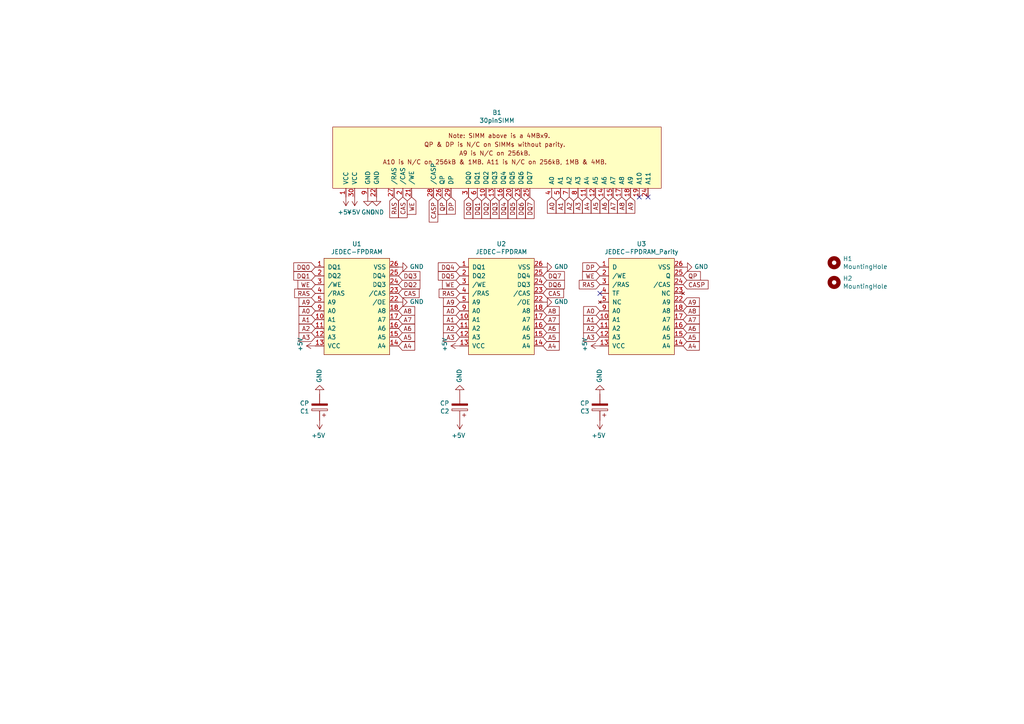
<source format=kicad_sch>
(kicad_sch (version 20231120) (generator "eeschema") (generator_version "8.0")
  (paper "A4")
  (title_block (date "2024-11-03"))
  (lib_symbols
    (symbol "macintosh-dram-1m-simm-rescue:+5V-power" (power) (pin_names (offset 0))
      (property "Value" "power_+5V" (at 0 3.556 0))
      (symbol "+5V-power_0_1"
        (polyline (pts (xy -0.762 1.27) (xy 0 2.54)))
        (polyline (pts (xy 0 0) (xy 0 2.54)))
        (polyline (pts (xy 0 2.54) (xy 0.762 1.27)))
      )
      (symbol "+5V-power_1_1"
        (pin power_in line (at 0 0 90) (length 0) hide (name "+5V") (number "1"))
      )
    )
    (symbol "macintosh-dram-1m-simm-rescue:30pinSIMM-Sebs" (pin_names (offset 1.016))
      (property "Reference" "B1" (at 1.905 21.971 0))
      (property "Value" "30pinSIMM" (at 1.905 19.6596 0))
      (symbol "30pinSIMM-Sebs_0_0"
        (text "A10 is N/C on 256kB & 1MB. A11 is N/C on 256kB, 1MB & 4MB." (at 1.27 7.62 0) (effects (font (size 1.27 1.27))))
        (text "A9 is N/C on 256kB." (at 1.27 10.16 0) (effects (font (size 1.27 1.27))))
        (text "Note: SIMM above is a 4MBx9." (at 2.54 15.24 0) (effects (font (size 1.27 1.27))))
        (text "QP & DP is N/C on SIMMs without parity." (at 1.27 12.7 0) (effects (font (size 1.27 1.27))))
      )
      (symbol "30pinSIMM-Sebs_0_1"
        (rectangle (start -45.72 17.78) (end 49.53 0) (fill (type background)))
      )
      (symbol "30pinSIMM-Sebs_1_1"
        (pin power_in line (at -41.91 -2.54 90) (length 2.54) (name "VCC") (number "1"))
        (pin tri_state line (at -1.27 -2.54 90) (length 2.54) (name "DQ2") (number "10"))
        (pin input line (at 27.94 -2.54 90) (length 2.54) (name "A4") (number "11"))
        (pin input line (at 30.48 -2.54 90) (length 2.54) (name "A5") (number "12"))
        (pin tri_state line (at 1.27 -2.54 90) (length 2.54) (name "DQ3") (number "13"))
        (pin input line (at 33.02 -2.54 90) (length 2.54) (name "A6") (number "14"))
        (pin input line (at 35.56 -2.54 90) (length 2.54) (name "A7") (number "15"))
        (pin tri_state line (at 3.81 -2.54 90) (length 2.54) (name "DQ4") (number "16"))
        (pin input line (at 38.1 -2.54 90) (length 2.54) (name "A8") (number "17"))
        (pin input line (at 40.64 -2.54 90) (length 2.54) (name "A9") (number "18"))
        (pin input line (at 43.18 -2.54 90) (length 2.54) (name "A10") (number "19"))
        (pin input line (at -25.4 -2.54 90) (length 2.54) (name "/CAS") (number "2"))
        (pin tri_state line (at 6.35 -2.54 90) (length 2.54) (name "DQ5") (number "20"))
        (pin input line (at -22.86 -2.54 90) (length 2.54) (name "/WE") (number "21"))
        (pin power_out line (at -33.02 -2.54 90) (length 2.54) (name "GND") (number "22"))
        (pin tri_state line (at 8.89 -2.54 90) (length 2.54) (name "DQ6") (number "23"))
        (pin input line (at 45.72 -2.54 90) (length 2.54) (name "A11") (number "24"))
        (pin tri_state line (at 11.43 -2.54 90) (length 2.54) (name "DQ7") (number "25"))
        (pin input line (at -13.97 -2.54 90) (length 2.54) (name "QP") (number "26"))
        (pin input line (at -27.94 -2.54 90) (length 2.54) (name "/RAS") (number "27"))
        (pin input line (at -16.51 -2.54 90) (length 2.54) (name "/CASP") (number "28"))
        (pin input line (at -11.43 -2.54 90) (length 2.54) (name "DP") (number "29"))
        (pin tri_state line (at -6.35 -2.54 90) (length 2.54) (name "DQ0") (number "3"))
        (pin power_in line (at -39.37 -2.54 90) (length 2.54) (name "VCC") (number "30"))
        (pin input line (at 17.78 -2.54 90) (length 2.54) (name "A0") (number "4"))
        (pin input line (at 20.32 -2.54 90) (length 2.54) (name "A1") (number "5"))
        (pin tri_state line (at -3.81 -2.54 90) (length 2.54) (name "DQ1") (number "6"))
        (pin input line (at 22.86 -2.54 90) (length 2.54) (name "A2") (number "7"))
        (pin input line (at 25.4 -2.54 90) (length 2.54) (name "A3") (number "8"))
        (pin power_out line (at -35.56 -2.54 90) (length 2.54) (name "GND") (number "9"))
      )
    )
    (symbol "macintosh-dram-1m-simm-rescue:CP-Device" (pin_numbers hide) (pin_names (offset 0.254))
      (property "Reference" "C" (at 0.635 2.54 0))
      (property "Value" "Device_CP" (at 0.635 -2.54 0))
      (symbol "CP-Device_0_1"
        (rectangle (start -2.286 0.508) (end 2.286 1.016))
        (polyline (pts (xy -1.778 2.286) (xy -0.762 2.286)))
        (polyline (pts (xy -1.27 2.794) (xy -1.27 1.778)))
        (rectangle (start 2.286 -0.508) (end -2.286 -1.016) (fill (type outline)))
      )
      (symbol "CP-Device_1_1"
        (pin passive line (at 0 3.81 270) (length 2.794) (name "~") (number "1"))
        (pin passive line (at 0 -3.81 90) (length 2.794) (name "~") (number "2"))
      )
    )
    (symbol "macintosh-dram-1m-simm-rescue:GND-power" (power) (pin_names (offset 0))
      (property "Value" "power_GND" (at 0 -3.81 0))
      (symbol "GND-power_0_1"
        (polyline (pts (xy 0 0) (xy 0 -1.27) (xy 1.27 -1.27) (xy 0 -2.54) (xy -1.27 -1.27) (xy 0 -1.27)))
      )
      (symbol "GND-power_1_1"
        (pin power_in line (at 0 0 270) (length 0) hide (name "GND") (number "1"))
      )
    )
    (symbol "macintosh-dram-1m-simm-rescue:JEDEC-FPDRAM-Sebs" (pin_names (offset 1.016))
      (property "Reference" "U2" (at 0.635 18.161 0))
      (property "Value" "JEDEC-FPDRAM" (at 0.635 15.8496 0))
      (symbol "JEDEC-FPDRAM-Sebs_0_1"
        (rectangle (start -8.89 13.97) (end 10.16 -13.97) (fill (type background)))
      )
      (symbol "JEDEC-FPDRAM-Sebs_1_1"
        (pin tri_state line (at -11.43 11.43 0) (length 2.54) (name "DQ1") (number "1"))
        (pin input line (at -11.43 -3.81 0) (length 2.54) (name "A1") (number "10"))
        (pin input line (at -11.43 -6.35 0) (length 2.54) (name "A2") (number "11"))
        (pin input line (at -11.43 -8.89 0) (length 2.54) (name "A3") (number "12"))
        (pin power_in line (at -11.43 -11.43 0) (length 2.54) (name "VCC") (number "13"))
        (pin input line (at 12.7 -11.43 180) (length 2.54) (name "A4") (number "14"))
        (pin input line (at 12.7 -8.89 180) (length 2.54) (name "A5") (number "15"))
        (pin input line (at 12.7 -6.35 180) (length 2.54) (name "A6") (number "16"))
        (pin input line (at 12.7 -3.81 180) (length 2.54) (name "A7") (number "17"))
        (pin input line (at 12.7 -1.27 180) (length 2.54) (name "A8") (number "18"))
        (pin tri_state line (at -11.43 8.89 0) (length 2.54) (name "DQ2") (number "2"))
        (pin input line (at 12.7 1.27 180) (length 2.54) (name "/OE") (number "22"))
        (pin input line (at 12.7 3.81 180) (length 2.54) (name "/CAS") (number "23"))
        (pin tri_state line (at 12.7 6.35 180) (length 2.54) (name "DQ3") (number "24"))
        (pin tri_state line (at 12.7 8.89 180) (length 2.54) (name "DQ4") (number "25"))
        (pin power_out line (at 12.7 11.43 180) (length 2.54) (name "VSS") (number "26"))
        (pin input line (at -11.43 6.35 0) (length 2.54) (name "/WE") (number "3"))
        (pin input line (at -11.43 3.81 0) (length 2.54) (name "/RAS") (number "4"))
        (pin input line (at -11.43 1.27 0) (length 2.54) (name "A9") (number "5"))
        (pin input line (at -11.43 -1.27 0) (length 2.54) (name "A0") (number "9"))
      )
    )
    (symbol "macintosh-dram-1m-simm-rescue:JEDEC-FPDRAM_Parity-Sebs" (pin_names (offset 1.016))
      (property "Reference" "U3" (at 0.635 18.161 0))
      (property "Value" "JEDEC-FPDRAM_Parity" (at 0.635 15.8496 0))
      (symbol "JEDEC-FPDRAM_Parity-Sebs_0_1"
        (rectangle (start -8.89 13.97) (end 10.16 -13.97) (fill (type background)))
      )
      (symbol "JEDEC-FPDRAM_Parity-Sebs_1_1"
        (pin input line (at -11.43 11.43 0) (length 2.54) (name "D") (number "1"))
        (pin input line (at -11.43 -3.81 0) (length 2.54) (name "A1") (number "10"))
        (pin input line (at -11.43 -6.35 0) (length 2.54) (name "A2") (number "11"))
        (pin input line (at -11.43 -8.89 0) (length 2.54) (name "A3") (number "12"))
        (pin power_in line (at -11.43 -11.43 0) (length 2.54) (name "VCC") (number "13"))
        (pin input line (at 12.7 -11.43 180) (length 2.54) (name "A4") (number "14"))
        (pin input line (at 12.7 -8.89 180) (length 2.54) (name "A5") (number "15"))
        (pin input line (at 12.7 -6.35 180) (length 2.54) (name "A6") (number "16"))
        (pin input line (at 12.7 -3.81 180) (length 2.54) (name "A7") (number "17"))
        (pin input line (at 12.7 -1.27 180) (length 2.54) (name "A8") (number "18"))
        (pin input line (at -11.43 8.89 0) (length 2.54) (name "/WE") (number "2"))
        (pin input line (at 12.7 1.27 180) (length 2.54) (name "A9") (number "22"))
        (pin no_connect line (at 12.7 3.81 180) (length 2.54) (name "NC") (number "23"))
        (pin input line (at 12.7 6.35 180) (length 2.54) (name "/CAS") (number "24"))
        (pin output line (at 12.7 8.89 180) (length 2.54) (name "Q") (number "25"))
        (pin power_out line (at 12.7 11.43 180) (length 2.54) (name "VSS") (number "26"))
        (pin input line (at -11.43 6.35 0) (length 2.54) (name "/RAS") (number "3"))
        (pin input line (at -11.43 3.81 0) (length 2.54) (name "TF") (number "4"))
        (pin no_connect line (at -11.43 1.27 0) (length 2.54) (name "NC") (number "5"))
        (pin input line (at -11.43 -1.27 0) (length 2.54) (name "A0") (number "9"))
      )
    )
    (symbol "JEDEC-FPDRAM-Sebs_1" (pin_names (offset 1.016))
      (property "Reference" "U1" (at 0.635 18.161 0))
      (property "Value" "JEDEC-FPDRAM" (at 0.635 15.8496 0))
      (symbol "JEDEC-FPDRAM-Sebs_1_0_1"
        (rectangle (start -8.89 13.97) (end 10.16 -13.97) (fill (type background)))
      )
      (symbol "JEDEC-FPDRAM-Sebs_1_1_1"
        (pin tri_state line (at -11.43 11.43 0) (length 2.54) (name "DQ1") (number "1"))
        (pin input line (at -11.43 -3.81 0) (length 2.54) (name "A1") (number "10"))
        (pin input line (at -11.43 -6.35 0) (length 2.54) (name "A2") (number "11"))
        (pin input line (at -11.43 -8.89 0) (length 2.54) (name "A3") (number "12"))
        (pin power_in line (at -11.43 -11.43 0) (length 2.54) (name "VCC") (number "13"))
        (pin input line (at 12.7 -11.43 180) (length 2.54) (name "A4") (number "14"))
        (pin input line (at 12.7 -8.89 180) (length 2.54) (name "A5") (number "15"))
        (pin input line (at 12.7 -6.35 180) (length 2.54) (name "A6") (number "16"))
        (pin input line (at 12.7 -3.81 180) (length 2.54) (name "A7") (number "17"))
        (pin input line (at 12.7 -1.27 180) (length 2.54) (name "A8") (number "18"))
        (pin tri_state line (at -11.43 8.89 0) (length 2.54) (name "DQ2") (number "2"))
        (pin input line (at 12.7 1.27 180) (length 2.54) (name "/OE") (number "22"))
        (pin input line (at 12.7 3.81 180) (length 2.54) (name "/CAS") (number "23"))
        (pin tri_state line (at 12.7 6.35 180) (length 2.54) (name "DQ3") (number "24"))
        (pin tri_state line (at 12.7 8.89 180) (length 2.54) (name "DQ4") (number "25"))
        (pin power_out line (at 12.7 11.43 180) (length 2.54) (name "VSS") (number "26"))
        (pin input line (at -11.43 6.35 0) (length 2.54) (name "/WE") (number "3"))
        (pin input line (at -11.43 3.81 0) (length 2.54) (name "/RAS") (number "4"))
        (pin input line (at -11.43 1.27 0) (length 2.54) (name "A9") (number "5"))
        (pin input line (at -11.43 -1.27 0) (length 2.54) (name "A0") (number "9"))
      )
    )
    (symbol "Mechanical:MountingHole" (pin_names (offset 1.016))
      (property "Reference" "H" (at 0 5.08 0))
      (property "Value" "MountingHole" (at 0 3.175 0))
      (symbol "MountingHole_0_1"
        (circle (center 0 0) (radius 1.27) (stroke (width 1.27)))
      )
    )
  )
  (no_connect (at 187.96 57.15))
  (no_connect (at 185.42 57.15))
  (no_connect (at 173.99 85.09))
  (global_label "A6" (shape input) (at 198.12 95.25 0) (property "Intersheetrefs" "${INTERSHEET_REFS}" (effects (hide yes))))
  (global_label "A6" (shape input) (at 175.26 57.15 270) (property "Intersheetrefs" "${INTERSHEET_REFS}" (effects (hide yes))))
  (global_label "A6" (shape input) (at 157.48 95.25 0) (property "Intersheetrefs" "${INTERSHEET_REFS}" (effects (hide yes))))
  (global_label "A7" (shape input) (at 157.48 92.71 0) (property "Intersheetrefs" "${INTERSHEET_REFS}" (effects (hide yes))))
  (global_label "DQ6" (shape input) (at 151.13 57.15 270) (property "Intersheetrefs" "${INTERSHEET_REFS}" (effects (hide yes))))
  (global_label "A1" (shape input) (at 133.35 92.71 180) (property "Intersheetrefs" "${INTERSHEET_REFS}" (effects (hide yes))))
  (global_label "CAS" (shape input) (at 115.57 85.09 0) (property "Intersheetrefs" "${INTERSHEET_REFS}" (effects (hide yes))))
  (global_label "DQ4" (shape input) (at 133.35 77.47 180) (property "Intersheetrefs" "${INTERSHEET_REFS}" (effects (hide yes))))
  (global_label "DP" (shape input) (at 173.99 77.47 180) (property "Intersheetrefs" "${INTERSHEET_REFS}" (effects (hide yes))))
  (global_label "WE" (shape input) (at 173.99 80.01 180) (property "Intersheetrefs" "${INTERSHEET_REFS}" (effects (hide yes))))
  (global_label "A5" (shape input) (at 198.12 97.79 0) (property "Intersheetrefs" "${INTERSHEET_REFS}" (effects (hide yes))))
  (global_label "A5" (shape input) (at 157.48 97.79 0) (property "Intersheetrefs" "${INTERSHEET_REFS}" (effects (hide yes))))
  (global_label "CASP" (shape input) (at 125.73 57.15 270) (property "Intersheetrefs" "${INTERSHEET_REFS}" (effects (hide yes))))
  (global_label "WE" (shape input) (at 91.44 82.55 180) (property "Intersheetrefs" "${INTERSHEET_REFS}" (effects (hide yes))))
  (global_label "A9" (shape input) (at 198.12 87.63 0) (property "Intersheetrefs" "${INTERSHEET_REFS}" (effects (hide yes))))
  (global_label "A1" (shape input) (at 91.44 92.71 180) (property "Intersheetrefs" "${INTERSHEET_REFS}" (effects (hide yes))))
  (global_label "DQ3" (shape input) (at 115.57 80.01 0) (property "Intersheetrefs" "${INTERSHEET_REFS}" (effects (hide yes))))
  (global_label "A3" (shape input) (at 173.99 97.79 180) (property "Intersheetrefs" "${INTERSHEET_REFS}" (effects (hide yes))))
  (global_label "A7" (shape input) (at 115.57 92.71 0) (property "Intersheetrefs" "${INTERSHEET_REFS}" (effects (hide yes))))
  (global_label "A2" (shape input) (at 165.1 57.15 270) (property "Intersheetrefs" "${INTERSHEET_REFS}" (effects (hide yes))))
  (global_label "WE" (shape input) (at 133.35 82.55 180) (property "Intersheetrefs" "${INTERSHEET_REFS}" (effects (hide yes))))
  (global_label "A4" (shape input) (at 157.48 100.33 0) (property "Intersheetrefs" "${INTERSHEET_REFS}" (effects (hide yes))))
  (global_label "DQ5" (shape input) (at 133.35 80.01 180) (property "Intersheetrefs" "${INTERSHEET_REFS}" (effects (hide yes))))
  (global_label "WE" (shape input) (at 119.38 57.15 270) (property "Intersheetrefs" "${INTERSHEET_REFS}" (effects (hide yes))))
  (global_label "A5" (shape input) (at 172.72 57.15 270) (property "Intersheetrefs" "${INTERSHEET_REFS}" (effects (hide yes))))
  (global_label "A1" (shape input) (at 173.99 92.71 180) (property "Intersheetrefs" "${INTERSHEET_REFS}" (effects (hide yes))))
  (global_label "CAS" (shape input) (at 116.84 57.15 270) (property "Intersheetrefs" "${INTERSHEET_REFS}" (effects (hide yes))))
  (global_label "A2" (shape input) (at 91.44 95.25 180) (property "Intersheetrefs" "${INTERSHEET_REFS}" (effects (hide yes))))
  (global_label "A8" (shape input) (at 198.12 90.17 0) (property "Intersheetrefs" "${INTERSHEET_REFS}" (effects (hide yes))))
  (global_label "RAS" (shape input) (at 114.3 57.15 270) (property "Intersheetrefs" "${INTERSHEET_REFS}" (effects (hide yes))))
  (global_label "A3" (shape input) (at 91.44 97.79 180) (property "Intersheetrefs" "${INTERSHEET_REFS}" (effects (hide yes))))
  (global_label "CASP" (shape input) (at 198.12 82.55 0) (property "Intersheetrefs" "${INTERSHEET_REFS}" (effects (hide yes))))
  (global_label "DQ7" (shape input) (at 157.48 80.01 0) (property "Intersheetrefs" "${INTERSHEET_REFS}" (effects (hide yes))))
  (global_label "DQ2" (shape input) (at 140.97 57.15 270) (property "Intersheetrefs" "${INTERSHEET_REFS}" (effects (hide yes))))
  (global_label "A0" (shape input) (at 91.44 90.17 180) (property "Intersheetrefs" "${INTERSHEET_REFS}" (effects (hide yes))))
  (global_label "A4" (shape input) (at 115.57 100.33 0) (property "Intersheetrefs" "${INTERSHEET_REFS}" (effects (hide yes))))
  (global_label "CAS" (shape input) (at 157.48 85.09 0) (property "Intersheetrefs" "${INTERSHEET_REFS}" (effects (hide yes))))
  (global_label "DQ1" (shape input) (at 138.43 57.15 270) (property "Intersheetrefs" "${INTERSHEET_REFS}" (effects (hide yes))))
  (global_label "A5" (shape input) (at 115.57 97.79 0) (property "Intersheetrefs" "${INTERSHEET_REFS}" (effects (hide yes))))
  (global_label "A4" (shape input) (at 170.18 57.15 270) (property "Intersheetrefs" "${INTERSHEET_REFS}" (effects (hide yes))))
  (global_label "A7" (shape input) (at 198.12 92.71 0) (property "Intersheetrefs" "${INTERSHEET_REFS}" (effects (hide yes))))
  (global_label "QP" (shape input) (at 128.27 57.15 270) (property "Intersheetrefs" "${INTERSHEET_REFS}" (effects (hide yes))))
  (global_label "DQ1" (shape input) (at 91.44 80.01 180) (property "Intersheetrefs" "${INTERSHEET_REFS}" (effects (hide yes))))
  (global_label "DP" (shape input) (at 130.81 57.15 270) (property "Intersheetrefs" "${INTERSHEET_REFS}" (effects (hide yes))))
  (global_label "DQ5" (shape input) (at 148.59 57.15 270) (property "Intersheetrefs" "${INTERSHEET_REFS}" (effects (hide yes))))
  (global_label "DQ3" (shape input) (at 143.51 57.15 270) (property "Intersheetrefs" "${INTERSHEET_REFS}" (effects (hide yes))))
  (global_label "A4" (shape input) (at 198.12 100.33 0) (property "Intersheetrefs" "${INTERSHEET_REFS}" (effects (hide yes))))
  (global_label "A7" (shape input) (at 177.8 57.15 270) (property "Intersheetrefs" "${INTERSHEET_REFS}" (effects (hide yes))))
  (global_label "A3" (shape input) (at 167.64 57.15 270) (property "Intersheetrefs" "${INTERSHEET_REFS}" (effects (hide yes))))
  (global_label "DQ0" (shape input) (at 135.89 57.15 270) (property "Intersheetrefs" "${INTERSHEET_REFS}" (effects (hide yes))))
  (global_label "A0" (shape input) (at 133.35 90.17 180) (property "Intersheetrefs" "${INTERSHEET_REFS}" (effects (hide yes))))
  (global_label "A9" (shape input) (at 91.44 87.63 180) (property "Intersheetrefs" "${INTERSHEET_REFS}" (effects (hide yes))))
  (global_label "A9" (shape input) (at 182.88 57.15 270) (property "Intersheetrefs" "${INTERSHEET_REFS}" (effects (hide yes))))
  (global_label "A6" (shape input) (at 115.57 95.25 0) (property "Intersheetrefs" "${INTERSHEET_REFS}" (effects (hide yes))))
  (global_label "A1" (shape input) (at 162.56 57.15 270) (property "Intersheetrefs" "${INTERSHEET_REFS}" (effects (hide yes))))
  (global_label "A9" (shape input) (at 133.35 87.63 180) (property "Intersheetrefs" "${INTERSHEET_REFS}" (effects (hide yes))))
  (global_label "DQ6" (shape input) (at 157.48 82.55 0) (property "Intersheetrefs" "${INTERSHEET_REFS}" (effects (hide yes))))
  (global_label "DQ7" (shape input) (at 153.67 57.15 270) (property "Intersheetrefs" "${INTERSHEET_REFS}" (effects (hide yes))))
  (global_label "A0" (shape input) (at 160.02 57.15 270) (property "Intersheetrefs" "${INTERSHEET_REFS}" (effects (hide yes))))
  (global_label "A2" (shape input) (at 173.99 95.25 180) (property "Intersheetrefs" "${INTERSHEET_REFS}" (effects (hide yes))))
  (global_label "DQ0" (shape input) (at 91.44 77.47 180) (property "Intersheetrefs" "${INTERSHEET_REFS}" (effects (hide yes))))
  (global_label "RAS" (shape input) (at 91.44 85.09 180) (property "Intersheetrefs" "${INTERSHEET_REFS}" (effects (hide yes))))
  (global_label "RAS" (shape input) (at 133.35 85.09 180) (property "Intersheetrefs" "${INTERSHEET_REFS}" (effects (hide yes))))
  (global_label "RAS" (shape input) (at 173.99 82.55 180) (property "Intersheetrefs" "${INTERSHEET_REFS}" (effects (hide yes))))
  (global_label "DQ2" (shape input) (at 115.57 82.55 0) (property "Intersheetrefs" "${INTERSHEET_REFS}" (effects (hide yes))))
  (global_label "A8" (shape input) (at 180.34 57.15 270) (property "Intersheetrefs" "${INTERSHEET_REFS}" (effects (hide yes))))
  (global_label "A8" (shape input) (at 115.57 90.17 0) (property "Intersheetrefs" "${INTERSHEET_REFS}" (effects (hide yes))))
  (global_label "A3" (shape input) (at 133.35 97.79 180) (property "Intersheetrefs" "${INTERSHEET_REFS}" (effects (hide yes))))
  (global_label "DQ4" (shape input) (at 146.05 57.15 270) (property "Intersheetrefs" "${INTERSHEET_REFS}" (effects (hide yes))))
  (global_label "A2" (shape input) (at 133.35 95.25 180) (property "Intersheetrefs" "${INTERSHEET_REFS}" (effects (hide yes))))
  (global_label "QP" (shape input) (at 198.12 80.01 0) (property "Intersheetrefs" "${INTERSHEET_REFS}" (effects (hide yes))))
  (global_label "A8" (shape input) (at 157.48 90.17 0) (property "Intersheetrefs" "${INTERSHEET_REFS}" (effects (hide yes))))
  (global_label "A0" (shape input) (at 173.99 90.17 180) (property "Intersheetrefs" "${INTERSHEET_REFS}" (effects (hide yes))))
  (symbol (lib_id "macintosh-dram-1m-simm-rescue:30pinSIMM-Sebs") (at 142.24 54.61 0) (unit 1)
    (property "Reference" "B1" (at 144.145 32.639 0))
    (property "Value" "30pinSIMM" (at 144.145 34.9504 0))
    (property "Footprint" "Sebs:30pinSIMM" (effects (hide yes)))
  )
  (symbol (lib_id "macintosh-dram-1m-simm-rescue:GND-power") (at 106.68 57.15 0) (unit 1)
    (property "Reference" "#PWR0101" (effects (hide yes)))
    (property "Value" "GND" (at 106.807 61.5442 0))
  )
  (symbol (lib_id "macintosh-dram-1m-simm-rescue:GND-power") (at 109.22 57.15 0) (unit 1)
    (property "Reference" "#PWR0102" (effects (hide yes)))
    (property "Value" "GND" (at 109.347 61.5442 0))
  )
  (symbol (lib_id "macintosh-dram-1m-simm-rescue:+5V-power") (at 100.33 57.15 180) (unit 1)
    (property "Reference" "#PWR0103" (effects (hide yes)))
    (property "Value" "+5V" (at 99.949 61.5442 0))
  )
  (symbol (lib_id "macintosh-dram-1m-simm-rescue:+5V-power") (at 102.87 57.15 180) (unit 1)
    (property "Reference" "#PWR0104" (effects (hide yes)))
    (property "Value" "+5V" (at 102.489 61.5442 0))
  )
  (symbol (lib_name "JEDEC-FPDRAM-Sebs_1") (lib_id "macintosh-dram-1m-simm-rescue:JEDEC-FPDRAM-Sebs") (at 102.87 88.9 0) (unit 1)
    (property "Reference" "U1" (at 103.505 70.739 0))
    (property "Value" "JEDEC-FPDRAM" (at 103.505 73.0504 0))
    (property "Footprint" "Sebs:SOJ-20" (effects (hide yes)))
  )
  (symbol (lib_id "macintosh-dram-1m-simm-rescue:JEDEC-FPDRAM-Sebs") (at 144.78 88.9 0) (unit 1)
    (property "Reference" "U2" (at 145.415 70.739 0))
    (property "Value" "JEDEC-FPDRAM" (at 145.415 73.0504 0))
    (property "Footprint" "Sebs:SOJ-20" (effects (hide yes)))
  )
  (symbol (lib_id "macintosh-dram-1m-simm-rescue:GND-power") (at 115.57 87.63 90) (unit 1)
    (property "Reference" "#PWR0105" (effects (hide yes)))
    (property "Value" "GND" (at 118.8212 87.503 90) (effects (justify right)))
  )
  (symbol (lib_id "macintosh-dram-1m-simm-rescue:GND-power") (at 157.48 87.63 90) (unit 1)
    (property "Reference" "#PWR0106" (effects (hide yes)))
    (property "Value" "GND" (at 160.7312 87.503 90) (effects (justify right)))
  )
  (symbol (lib_id "Mechanical:MountingHole") (at 241.935 76.2 0) (unit 1)
    (property "Reference" "H1" (at 244.475 75.0316 0) (effects (justify left)))
    (property "Value" "MountingHole" (at 244.475 77.343 0) (effects (justify left)))
    (property "Footprint" "Mounting_Holes:MountingHole_3.2mm_M3" (effects (hide yes)))
  )
  (symbol (lib_id "Mechanical:MountingHole") (at 241.935 81.915 0) (unit 1)
    (property "Reference" "H2" (at 244.475 80.7466 0) (effects (justify left)))
    (property "Value" "MountingHole" (at 244.475 83.058 0) (effects (justify left)))
    (property "Footprint" "Mounting_Holes:MountingHole_3.2mm_M3" (effects (hide yes)))
  )
  (symbol (lib_id "macintosh-dram-1m-simm-rescue:GND-power") (at 115.57 77.47 90) (unit 1)
    (property "Reference" "#PWR0107" (effects (hide yes)))
    (property "Value" "GND" (at 118.8212 77.343 90) (effects (justify right)))
  )
  (symbol (lib_id "macintosh-dram-1m-simm-rescue:GND-power") (at 157.48 77.47 90) (unit 1)
    (property "Reference" "#PWR0108" (effects (hide yes)))
    (property "Value" "GND" (at 160.7312 77.343 90) (effects (justify right)))
  )
  (symbol (lib_id "macintosh-dram-1m-simm-rescue:CP-Device") (at 92.71 118.11 180) (unit 1)
    (property "Reference" "C1" (at 89.7128 119.2784 0) (effects (justify left)))
    (property "Value" "CP" (at 89.7128 116.967 0) (effects (justify left)))
    (property "Footprint" "Capacitors_SMD:C_0805_HandSoldering" (effects (hide yes)))
  )
  (symbol (lib_id "macintosh-dram-1m-simm-rescue:CP-Device") (at 133.35 118.11 180) (unit 1)
    (property "Reference" "C2" (at 130.3528 119.2784 0) (effects (justify left)))
    (property "Value" "CP" (at 130.3528 116.967 0) (effects (justify left)))
    (property "Footprint" "Capacitors_SMD:C_0805_HandSoldering" (effects (hide yes)))
  )
  (symbol (lib_id "macintosh-dram-1m-simm-rescue:+5V-power") (at 92.71 121.92 180) (unit 1)
    (property "Reference" "#PWR0109" (effects (hide yes)))
    (property "Value" "+5V" (at 92.329 126.3142 0))
  )
  (symbol (lib_id "macintosh-dram-1m-simm-rescue:+5V-power") (at 133.35 121.92 180) (unit 1)
    (property "Reference" "#PWR0110" (effects (hide yes)))
    (property "Value" "+5V" (at 132.969 126.3142 0))
  )
  (symbol (lib_id "macintosh-dram-1m-simm-rescue:JEDEC-FPDRAM_Parity-Sebs") (at 185.42 88.9 0) (unit 1)
    (property "Reference" "U3" (at 186.055 70.739 0))
    (property "Value" "JEDEC-FPDRAM_Parity" (at 186.055 73.0504 0))
    (property "Footprint" "Sebs:SOJ-20" (effects (hide yes)))
  )
  (symbol (lib_id "macintosh-dram-1m-simm-rescue:CP-Device") (at 173.99 118.11 180) (unit 1)
    (property "Reference" "C3" (at 170.9928 119.2784 0) (effects (justify left)))
    (property "Value" "CP" (at 170.9928 116.967 0) (effects (justify left)))
    (property "Footprint" "Capacitors_SMD:C_0805_HandSoldering" (effects (hide yes)))
  )
  (symbol (lib_id "macintosh-dram-1m-simm-rescue:+5V-power") (at 173.99 121.92 180) (unit 1)
    (property "Reference" "#PWR0111" (effects (hide yes)))
    (property "Value" "+5V" (at 173.609 126.3142 0))
  )
  (symbol (lib_id "macintosh-dram-1m-simm-rescue:GND-power") (at 198.12 77.47 90) (unit 1)
    (property "Reference" "#PWR0112" (effects (hide yes)))
    (property "Value" "GND" (at 201.3712 77.343 90) (effects (justify right)))
  )
  (symbol (lib_id "macintosh-dram-1m-simm-rescue:+5V-power") (at 91.44 100.33 90) (unit 1)
    (property "Reference" "#PWR0113" (effects (hide yes)))
    (property "Value" "+5V" (at 87.0458 99.949 0))
  )
  (symbol (lib_id "macintosh-dram-1m-simm-rescue:GND-power") (at 92.71 114.3 180) (unit 1)
    (property "Reference" "#PWR0114" (effects (hide yes)))
    (property "Value" "GND" (at 92.583 111.0488 90) (effects (justify right)))
  )
  (symbol (lib_id "macintosh-dram-1m-simm-rescue:GND-power") (at 133.35 114.3 180) (unit 1)
    (property "Reference" "#PWR0117" (effects (hide yes)))
    (property "Value" "GND" (at 133.223 111.0488 90) (effects (justify right)))
  )
  (symbol (lib_id "macintosh-dram-1m-simm-rescue:+5V-power") (at 133.35 100.33 90) (unit 1)
    (property "Reference" "#PWR0118" (effects (hide yes)))
    (property "Value" "+5V" (at 128.9558 99.949 0))
  )
  (symbol (lib_id "macintosh-dram-1m-simm-rescue:GND-power") (at 173.99 114.3 180) (unit 1)
    (property "Reference" "#PWR0116" (effects (hide yes)))
    (property "Value" "GND" (at 173.863 111.0488 90) (effects (justify right)))
  )
  (symbol (lib_id "macintosh-dram-1m-simm-rescue:+5V-power") (at 173.99 100.33 90) (unit 1)
    (property "Reference" "#PWR0115" (effects (hide yes)))
    (property "Value" "+5V" (at 169.5958 99.949 0))
  )
)
</source>
